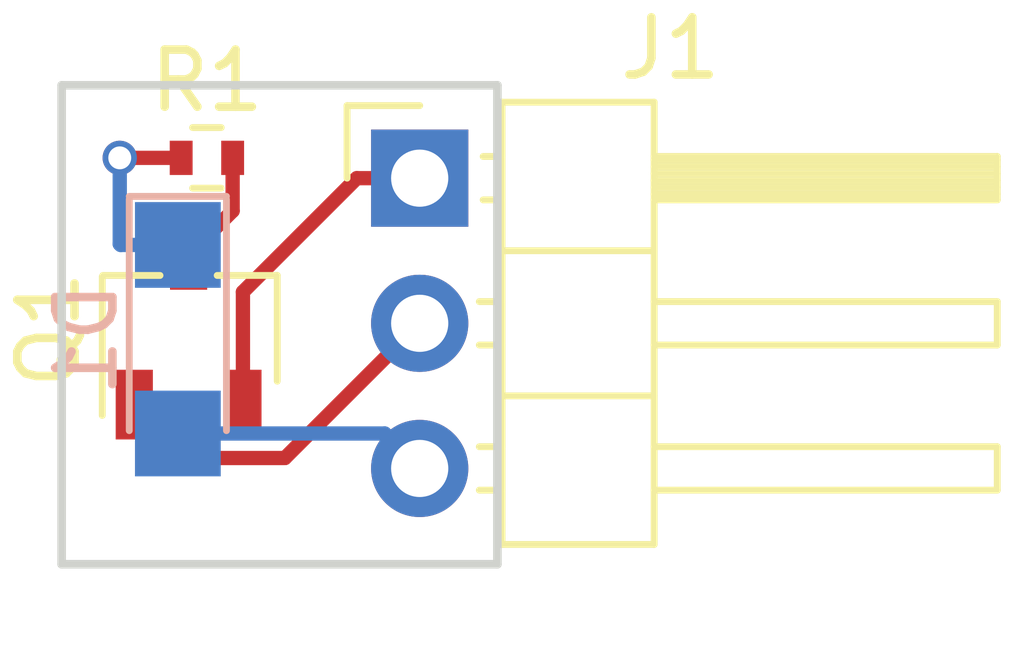
<source format=kicad_pcb>
(kicad_pcb (version 4) (host pcbnew 4.0.7-e2-6376~58~ubuntu16.04.1)

  (general
    (links 5)
    (no_connects 0)
    (area 141.035 101.7586 159.276101 113.4286)
    (thickness 1.6)
    (drawings 4)
    (tracks 16)
    (zones 0)
    (modules 4)
    (nets 6)
  )

  (page A4)
  (layers
    (0 F.Cu signal)
    (31 B.Cu signal)
    (32 B.Adhes user)
    (33 F.Adhes user)
    (34 B.Paste user)
    (35 F.Paste user)
    (36 B.SilkS user)
    (37 F.SilkS user)
    (38 B.Mask user)
    (39 F.Mask user)
    (40 Dwgs.User user)
    (41 Cmts.User user)
    (42 Eco1.User user)
    (43 Eco2.User user)
    (44 Edge.Cuts user)
    (45 Margin user)
    (46 B.CrtYd user)
    (47 F.CrtYd user)
    (48 B.Fab user)
    (49 F.Fab user)
  )

  (setup
    (last_trace_width 0.25)
    (trace_clearance 0.2)
    (zone_clearance 0.508)
    (zone_45_only no)
    (trace_min 0.2)
    (segment_width 0.2)
    (edge_width 0.15)
    (via_size 0.6)
    (via_drill 0.4)
    (via_min_size 0.4)
    (via_min_drill 0.3)
    (uvia_size 0.3)
    (uvia_drill 0.1)
    (uvias_allowed no)
    (uvia_min_size 0.2)
    (uvia_min_drill 0.1)
    (pcb_text_width 0.3)
    (pcb_text_size 1.5 1.5)
    (mod_edge_width 0.15)
    (mod_text_size 1 1)
    (mod_text_width 0.15)
    (pad_size 1.524 1.524)
    (pad_drill 0.762)
    (pad_to_mask_clearance 0.2)
    (aux_axis_origin 0 0)
    (visible_elements FFFFFF7F)
    (pcbplotparams
      (layerselection 0x3ffff_80000001)
      (usegerberextensions false)
      (excludeedgelayer true)
      (linewidth 0.100000)
      (plotframeref false)
      (viasonmask false)
      (mode 1)
      (useauxorigin false)
      (hpglpennumber 1)
      (hpglpenspeed 20)
      (hpglpendiameter 15)
      (hpglpenoverlay 2)
      (psnegative false)
      (psa4output false)
      (plotreference true)
      (plotvalue true)
      (plotinvisibletext false)
      (padsonsilk false)
      (subtractmaskfromsilk false)
      (outputformat 1)
      (mirror false)
      (drillshape 0)
      (scaleselection 1)
      (outputdirectory HeadlightBoardGerber/))
  )

  (net 0 "")
  (net 1 "Net-(D1-Pad2)")
  (net 2 "Net-(D1-Pad1)")
  (net 3 "Net-(J1-Pad1)")
  (net 4 "Net-(J1-Pad2)")
  (net 5 "Net-(Q1-Pad3)")

  (net_class Default "This is the default net class."
    (clearance 0.2)
    (trace_width 0.25)
    (via_dia 0.6)
    (via_drill 0.4)
    (uvia_dia 0.3)
    (uvia_drill 0.1)
    (add_net "Net-(D1-Pad1)")
    (add_net "Net-(D1-Pad2)")
    (add_net "Net-(J1-Pad1)")
    (add_net "Net-(J1-Pad2)")
    (add_net "Net-(Q1-Pad3)")
  )

  (module LEDs:LED_1206 (layer B.Cu) (tedit 57FE943C) (tstamp 5AD37ADE)
    (at 144.272 107.822 270)
    (descr "LED 1206 smd package")
    (tags "LED led 1206 SMD smd SMT smt smdled SMDLED smtled SMTLED")
    (path /5AD3ECED)
    (attr smd)
    (fp_text reference D1 (at 0 1.6 270) (layer B.SilkS)
      (effects (font (size 1 1) (thickness 0.15)) (justify mirror))
    )
    (fp_text value LED (at 0 -1.7 270) (layer B.Fab)
      (effects (font (size 1 1) (thickness 0.15)) (justify mirror))
    )
    (fp_line (start -2.5 0.85) (end -2.5 -0.85) (layer B.SilkS) (width 0.12))
    (fp_line (start -0.45 0.4) (end -0.45 -0.4) (layer B.Fab) (width 0.1))
    (fp_line (start -0.4 0) (end 0.2 0.4) (layer B.Fab) (width 0.1))
    (fp_line (start 0.2 -0.4) (end -0.4 0) (layer B.Fab) (width 0.1))
    (fp_line (start 0.2 0.4) (end 0.2 -0.4) (layer B.Fab) (width 0.1))
    (fp_line (start 1.6 -0.8) (end -1.6 -0.8) (layer B.Fab) (width 0.1))
    (fp_line (start 1.6 0.8) (end 1.6 -0.8) (layer B.Fab) (width 0.1))
    (fp_line (start -1.6 0.8) (end 1.6 0.8) (layer B.Fab) (width 0.1))
    (fp_line (start -1.6 -0.8) (end -1.6 0.8) (layer B.Fab) (width 0.1))
    (fp_line (start -2.45 -0.85) (end 1.6 -0.85) (layer B.SilkS) (width 0.12))
    (fp_line (start -2.45 0.85) (end 1.6 0.85) (layer B.SilkS) (width 0.12))
    (fp_line (start 2.65 1) (end 2.65 -1) (layer B.CrtYd) (width 0.05))
    (fp_line (start 2.65 -1) (end -2.65 -1) (layer B.CrtYd) (width 0.05))
    (fp_line (start -2.65 -1) (end -2.65 1) (layer B.CrtYd) (width 0.05))
    (fp_line (start -2.65 1) (end 2.65 1) (layer B.CrtYd) (width 0.05))
    (pad 2 smd rect (at 1.65 0 90) (size 1.5 1.5) (layers B.Cu B.Paste B.Mask)
      (net 1 "Net-(D1-Pad2)"))
    (pad 1 smd rect (at -1.65 0 90) (size 1.5 1.5) (layers B.Cu B.Paste B.Mask)
      (net 2 "Net-(D1-Pad1)"))
    (model ${KISYS3DMOD}/LEDs.3dshapes/LED_1206.wrl
      (at (xyz 0 0 0))
      (scale (xyz 1 1 1))
      (rotate (xyz 0 0 180))
    )
  )

  (module Pin_Headers:Pin_Header_Angled_1x03_Pitch2.54mm (layer F.Cu) (tedit 59650532) (tstamp 5AD37AE5)
    (at 148.5011 105.0036)
    (descr "Through hole angled pin header, 1x03, 2.54mm pitch, 6mm pin length, single row")
    (tags "Through hole angled pin header THT 1x03 2.54mm single row")
    (path /5AD3EC3D)
    (fp_text reference J1 (at 4.385 -2.27) (layer F.SilkS)
      (effects (font (size 1 1) (thickness 0.15)))
    )
    (fp_text value Conn_01x03 (at 4.385 7.35) (layer F.Fab)
      (effects (font (size 1 1) (thickness 0.15)))
    )
    (fp_line (start 2.135 -1.27) (end 4.04 -1.27) (layer F.Fab) (width 0.1))
    (fp_line (start 4.04 -1.27) (end 4.04 6.35) (layer F.Fab) (width 0.1))
    (fp_line (start 4.04 6.35) (end 1.5 6.35) (layer F.Fab) (width 0.1))
    (fp_line (start 1.5 6.35) (end 1.5 -0.635) (layer F.Fab) (width 0.1))
    (fp_line (start 1.5 -0.635) (end 2.135 -1.27) (layer F.Fab) (width 0.1))
    (fp_line (start -0.32 -0.32) (end 1.5 -0.32) (layer F.Fab) (width 0.1))
    (fp_line (start -0.32 -0.32) (end -0.32 0.32) (layer F.Fab) (width 0.1))
    (fp_line (start -0.32 0.32) (end 1.5 0.32) (layer F.Fab) (width 0.1))
    (fp_line (start 4.04 -0.32) (end 10.04 -0.32) (layer F.Fab) (width 0.1))
    (fp_line (start 10.04 -0.32) (end 10.04 0.32) (layer F.Fab) (width 0.1))
    (fp_line (start 4.04 0.32) (end 10.04 0.32) (layer F.Fab) (width 0.1))
    (fp_line (start -0.32 2.22) (end 1.5 2.22) (layer F.Fab) (width 0.1))
    (fp_line (start -0.32 2.22) (end -0.32 2.86) (layer F.Fab) (width 0.1))
    (fp_line (start -0.32 2.86) (end 1.5 2.86) (layer F.Fab) (width 0.1))
    (fp_line (start 4.04 2.22) (end 10.04 2.22) (layer F.Fab) (width 0.1))
    (fp_line (start 10.04 2.22) (end 10.04 2.86) (layer F.Fab) (width 0.1))
    (fp_line (start 4.04 2.86) (end 10.04 2.86) (layer F.Fab) (width 0.1))
    (fp_line (start -0.32 4.76) (end 1.5 4.76) (layer F.Fab) (width 0.1))
    (fp_line (start -0.32 4.76) (end -0.32 5.4) (layer F.Fab) (width 0.1))
    (fp_line (start -0.32 5.4) (end 1.5 5.4) (layer F.Fab) (width 0.1))
    (fp_line (start 4.04 4.76) (end 10.04 4.76) (layer F.Fab) (width 0.1))
    (fp_line (start 10.04 4.76) (end 10.04 5.4) (layer F.Fab) (width 0.1))
    (fp_line (start 4.04 5.4) (end 10.04 5.4) (layer F.Fab) (width 0.1))
    (fp_line (start 1.44 -1.33) (end 1.44 6.41) (layer F.SilkS) (width 0.12))
    (fp_line (start 1.44 6.41) (end 4.1 6.41) (layer F.SilkS) (width 0.12))
    (fp_line (start 4.1 6.41) (end 4.1 -1.33) (layer F.SilkS) (width 0.12))
    (fp_line (start 4.1 -1.33) (end 1.44 -1.33) (layer F.SilkS) (width 0.12))
    (fp_line (start 4.1 -0.38) (end 10.1 -0.38) (layer F.SilkS) (width 0.12))
    (fp_line (start 10.1 -0.38) (end 10.1 0.38) (layer F.SilkS) (width 0.12))
    (fp_line (start 10.1 0.38) (end 4.1 0.38) (layer F.SilkS) (width 0.12))
    (fp_line (start 4.1 -0.32) (end 10.1 -0.32) (layer F.SilkS) (width 0.12))
    (fp_line (start 4.1 -0.2) (end 10.1 -0.2) (layer F.SilkS) (width 0.12))
    (fp_line (start 4.1 -0.08) (end 10.1 -0.08) (layer F.SilkS) (width 0.12))
    (fp_line (start 4.1 0.04) (end 10.1 0.04) (layer F.SilkS) (width 0.12))
    (fp_line (start 4.1 0.16) (end 10.1 0.16) (layer F.SilkS) (width 0.12))
    (fp_line (start 4.1 0.28) (end 10.1 0.28) (layer F.SilkS) (width 0.12))
    (fp_line (start 1.11 -0.38) (end 1.44 -0.38) (layer F.SilkS) (width 0.12))
    (fp_line (start 1.11 0.38) (end 1.44 0.38) (layer F.SilkS) (width 0.12))
    (fp_line (start 1.44 1.27) (end 4.1 1.27) (layer F.SilkS) (width 0.12))
    (fp_line (start 4.1 2.16) (end 10.1 2.16) (layer F.SilkS) (width 0.12))
    (fp_line (start 10.1 2.16) (end 10.1 2.92) (layer F.SilkS) (width 0.12))
    (fp_line (start 10.1 2.92) (end 4.1 2.92) (layer F.SilkS) (width 0.12))
    (fp_line (start 1.042929 2.16) (end 1.44 2.16) (layer F.SilkS) (width 0.12))
    (fp_line (start 1.042929 2.92) (end 1.44 2.92) (layer F.SilkS) (width 0.12))
    (fp_line (start 1.44 3.81) (end 4.1 3.81) (layer F.SilkS) (width 0.12))
    (fp_line (start 4.1 4.7) (end 10.1 4.7) (layer F.SilkS) (width 0.12))
    (fp_line (start 10.1 4.7) (end 10.1 5.46) (layer F.SilkS) (width 0.12))
    (fp_line (start 10.1 5.46) (end 4.1 5.46) (layer F.SilkS) (width 0.12))
    (fp_line (start 1.042929 4.7) (end 1.44 4.7) (layer F.SilkS) (width 0.12))
    (fp_line (start 1.042929 5.46) (end 1.44 5.46) (layer F.SilkS) (width 0.12))
    (fp_line (start -1.27 0) (end -1.27 -1.27) (layer F.SilkS) (width 0.12))
    (fp_line (start -1.27 -1.27) (end 0 -1.27) (layer F.SilkS) (width 0.12))
    (fp_line (start -1.8 -1.8) (end -1.8 6.85) (layer F.CrtYd) (width 0.05))
    (fp_line (start -1.8 6.85) (end 10.55 6.85) (layer F.CrtYd) (width 0.05))
    (fp_line (start 10.55 6.85) (end 10.55 -1.8) (layer F.CrtYd) (width 0.05))
    (fp_line (start 10.55 -1.8) (end -1.8 -1.8) (layer F.CrtYd) (width 0.05))
    (fp_text user %R (at 2.77 2.54 90) (layer F.Fab)
      (effects (font (size 1 1) (thickness 0.15)))
    )
    (pad 1 thru_hole rect (at 0 0) (size 1.7 1.7) (drill 1) (layers *.Cu *.Mask)
      (net 3 "Net-(J1-Pad1)"))
    (pad 2 thru_hole oval (at 0 2.54) (size 1.7 1.7) (drill 1) (layers *.Cu *.Mask)
      (net 4 "Net-(J1-Pad2)"))
    (pad 3 thru_hole oval (at 0 5.08) (size 1.7 1.7) (drill 1) (layers *.Cu *.Mask)
      (net 1 "Net-(D1-Pad2)"))
    (model ${KISYS3DMOD}/Pin_Headers.3dshapes/Pin_Header_Angled_1x03_Pitch2.54mm.wrl
      (at (xyz 0 0 0))
      (scale (xyz 1 1 1))
      (rotate (xyz 0 0 0))
    )
  )

  (module TO_SOT_Packages_SMD:TSOT-23 (layer F.Cu) (tedit 58CE4E80) (tstamp 5AD37AEC)
    (at 144.46 107.656 90)
    (descr "3-pin TSOT23 package, http://www.analog.com.tw/pdf/All_In_One.pdf")
    (tags TSOT-23)
    (path /5AD3EC9D)
    (attr smd)
    (fp_text reference Q1 (at 0 -2.45 90) (layer F.SilkS)
      (effects (font (size 1 1) (thickness 0.15)))
    )
    (fp_text value Q_NPN_BEC (at 0 2.5 90) (layer F.Fab)
      (effects (font (size 1 1) (thickness 0.15)))
    )
    (fp_text user %R (at 0 0 180) (layer F.Fab)
      (effects (font (size 0.5 0.5) (thickness 0.075)))
    )
    (fp_line (start 0.95 0.5) (end 0.95 1.55) (layer F.SilkS) (width 0.12))
    (fp_line (start 0.95 1.55) (end -0.9 1.55) (layer F.SilkS) (width 0.12))
    (fp_line (start 0.95 -1.5) (end 0.95 -0.5) (layer F.SilkS) (width 0.12))
    (fp_line (start 0.93 -1.51) (end -1.5 -1.51) (layer F.SilkS) (width 0.12))
    (fp_line (start -0.88 -1) (end -0.43 -1.45) (layer F.Fab) (width 0.1))
    (fp_line (start 0.88 -1.45) (end -0.43 -1.45) (layer F.Fab) (width 0.1))
    (fp_line (start -0.88 -1) (end -0.88 1.45) (layer F.Fab) (width 0.1))
    (fp_line (start 0.88 1.45) (end -0.88 1.45) (layer F.Fab) (width 0.1))
    (fp_line (start 0.88 -1.45) (end 0.88 1.45) (layer F.Fab) (width 0.1))
    (fp_line (start -2.17 -1.7) (end 2.17 -1.7) (layer F.CrtYd) (width 0.05))
    (fp_line (start -2.17 -1.7) (end -2.17 1.7) (layer F.CrtYd) (width 0.05))
    (fp_line (start 2.17 1.7) (end 2.17 -1.7) (layer F.CrtYd) (width 0.05))
    (fp_line (start 2.17 1.7) (end -2.17 1.7) (layer F.CrtYd) (width 0.05))
    (pad 1 smd rect (at -1.31 -0.95 90) (size 1.22 0.65) (layers F.Cu F.Paste F.Mask)
      (net 4 "Net-(J1-Pad2)"))
    (pad 2 smd rect (at -1.31 0.95 90) (size 1.22 0.65) (layers F.Cu F.Paste F.Mask)
      (net 3 "Net-(J1-Pad1)"))
    (pad 3 smd rect (at 1.31 0 90) (size 1.22 0.65) (layers F.Cu F.Paste F.Mask)
      (net 5 "Net-(Q1-Pad3)"))
    (model ${KISYS3DMOD}/TO_SOT_Packages_SMD.3dshapes/TSOT-23.wrl
      (at (xyz 0 0 0))
      (scale (xyz 1 1 1))
      (rotate (xyz 0 0 0))
    )
  )

  (module Resistors_SMD:R_0402 (layer F.Cu) (tedit 58E0A804) (tstamp 5AD37AF2)
    (at 144.78 104.648)
    (descr "Resistor SMD 0402, reflow soldering, Vishay (see dcrcw.pdf)")
    (tags "resistor 0402")
    (path /5AD3ECB8)
    (attr smd)
    (fp_text reference R1 (at 0 -1.35) (layer F.SilkS)
      (effects (font (size 1 1) (thickness 0.15)))
    )
    (fp_text value 2 (at 0 1.45) (layer F.Fab)
      (effects (font (size 1 1) (thickness 0.15)))
    )
    (fp_text user %R (at 0 -1.35) (layer F.Fab)
      (effects (font (size 1 1) (thickness 0.15)))
    )
    (fp_line (start -0.5 0.25) (end -0.5 -0.25) (layer F.Fab) (width 0.1))
    (fp_line (start 0.5 0.25) (end -0.5 0.25) (layer F.Fab) (width 0.1))
    (fp_line (start 0.5 -0.25) (end 0.5 0.25) (layer F.Fab) (width 0.1))
    (fp_line (start -0.5 -0.25) (end 0.5 -0.25) (layer F.Fab) (width 0.1))
    (fp_line (start 0.25 -0.53) (end -0.25 -0.53) (layer F.SilkS) (width 0.12))
    (fp_line (start -0.25 0.53) (end 0.25 0.53) (layer F.SilkS) (width 0.12))
    (fp_line (start -0.8 -0.45) (end 0.8 -0.45) (layer F.CrtYd) (width 0.05))
    (fp_line (start -0.8 -0.45) (end -0.8 0.45) (layer F.CrtYd) (width 0.05))
    (fp_line (start 0.8 0.45) (end 0.8 -0.45) (layer F.CrtYd) (width 0.05))
    (fp_line (start 0.8 0.45) (end -0.8 0.45) (layer F.CrtYd) (width 0.05))
    (pad 1 smd rect (at -0.45 0) (size 0.4 0.6) (layers F.Cu F.Paste F.Mask)
      (net 2 "Net-(D1-Pad1)"))
    (pad 2 smd rect (at 0.45 0) (size 0.4 0.6) (layers F.Cu F.Paste F.Mask)
      (net 5 "Net-(Q1-Pad3)"))
    (model ${KISYS3DMOD}/Resistors_SMD.3dshapes/R_0402.wrl
      (at (xyz 0 0 0))
      (scale (xyz 1 1 1))
      (rotate (xyz 0 0 0))
    )
  )

  (gr_line (start 149.86 103.378) (end 142.24 103.378) (layer Edge.Cuts) (width 0.15))
  (gr_line (start 149.86 111.76) (end 149.86 103.378) (layer Edge.Cuts) (width 0.15))
  (gr_line (start 142.24 111.76) (end 149.86 111.76) (layer Edge.Cuts) (width 0.15))
  (gr_line (start 142.24 103.378) (end 142.24 111.76) (layer Edge.Cuts) (width 0.15))

  (segment (start 144.272 109.472) (end 147.8895 109.472) (width 0.25) (layer B.Cu) (net 1))
  (segment (start 147.8895 109.472) (end 148.5011 110.0836) (width 0.25) (layer B.Cu) (net 1))
  (segment (start 143.256 104.648) (end 143.256 106.156) (width 0.25) (layer B.Cu) (net 2))
  (segment (start 143.256 106.156) (end 143.272 106.172) (width 0.25) (layer B.Cu) (net 2))
  (segment (start 143.272 106.172) (end 144.272 106.172) (width 0.25) (layer B.Cu) (net 2))
  (segment (start 144.33 104.648) (end 143.256 104.648) (width 0.25) (layer F.Cu) (net 2))
  (via (at 143.256 104.648) (size 0.6) (drill 0.4) (layers F.Cu B.Cu) (net 2))
  (segment (start 145.41 108.966) (end 145.41 106.9947) (width 0.25) (layer F.Cu) (net 3))
  (segment (start 145.41 106.9947) (end 147.4011 105.0036) (width 0.25) (layer F.Cu) (net 3))
  (segment (start 147.4011 105.0036) (end 148.5011 105.0036) (width 0.25) (layer F.Cu) (net 3))
  (segment (start 148.5011 107.5436) (end 146.143699 109.901001) (width 0.25) (layer F.Cu) (net 4))
  (segment (start 146.143699 109.901001) (end 144.160001 109.901001) (width 0.25) (layer F.Cu) (net 4))
  (segment (start 144.160001 109.901001) (end 143.51 109.251) (width 0.25) (layer F.Cu) (net 4))
  (segment (start 143.51 109.251) (end 143.51 108.966) (width 0.25) (layer F.Cu) (net 4))
  (segment (start 144.46 106.346) (end 145.23 105.576) (width 0.25) (layer F.Cu) (net 5))
  (segment (start 145.23 105.576) (end 145.23 104.648) (width 0.25) (layer F.Cu) (net 5))

)

</source>
